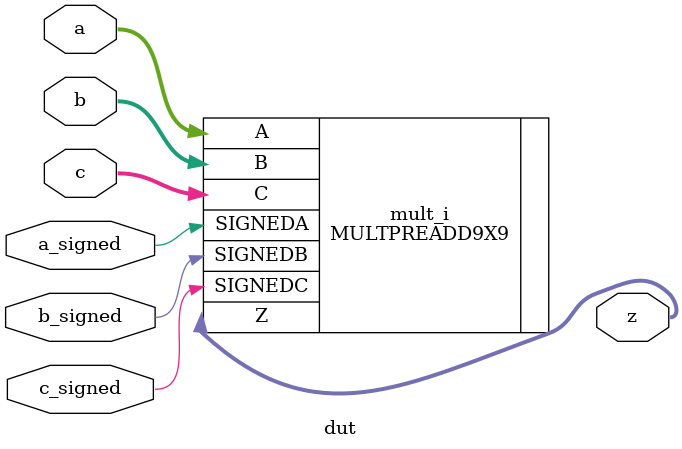
<source format=v>
module dut(
	input a_signed, b_signed, c_signed,
	input [8:0] a, b, c,
	output [17:0] z
);

	MULTPREADD9X9 #(
		.REGINPUTA("BYPASS"),
		.REGINPUTB("BYPASS"),
		.REGINPUTC("BYPASS"),
		.REGOUTPUT("BYPASS"),
		.GSR("DISABLED")
	) mult_i (
		.A(a),
		.B(b),
		.C(c),
		.SIGNEDA(a_signed),
		.SIGNEDB(b_signed),
		.SIGNEDC(c_signed),
		.Z(z)
	);

endmodule

</source>
